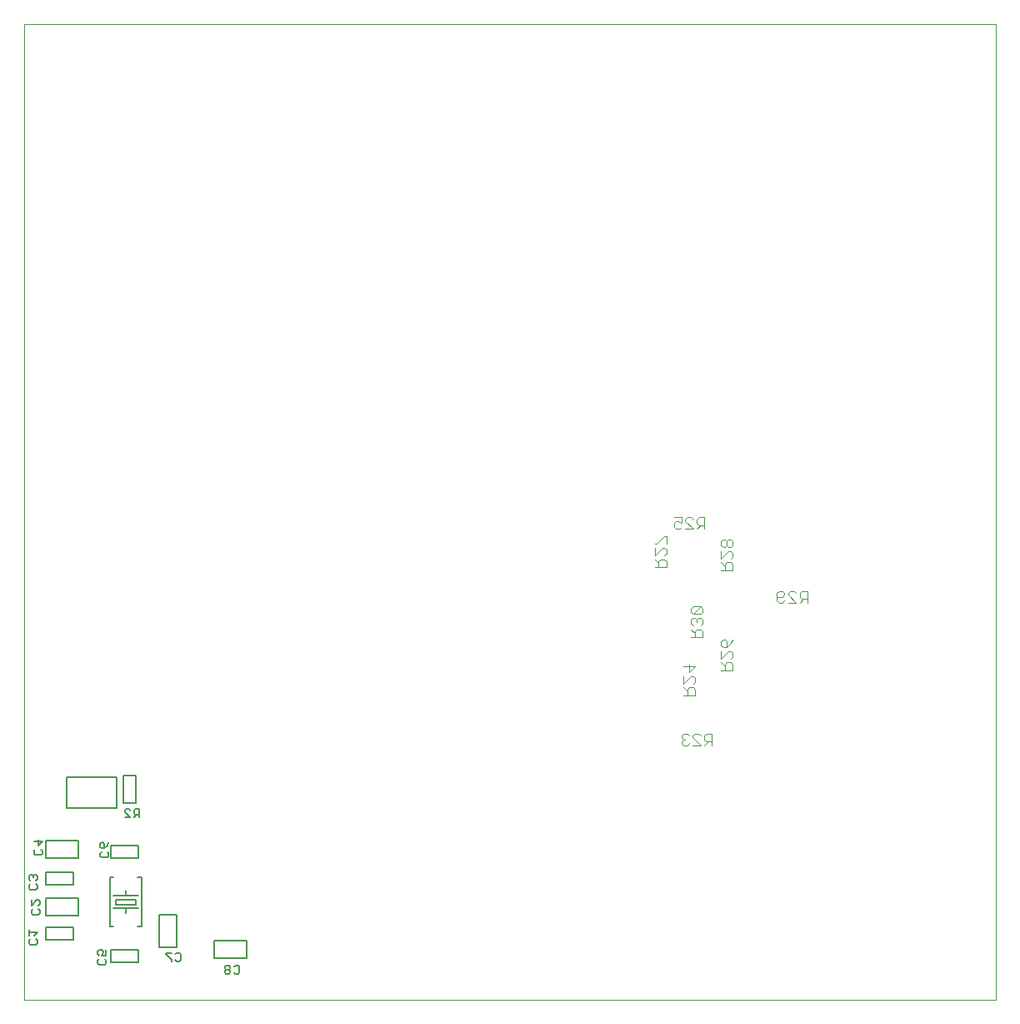
<source format=gbo>
G75*
%MOIN*%
%OFA0B0*%
%FSLAX24Y24*%
%IPPOS*%
%LPD*%
%AMOC8*
5,1,8,0,0,1.08239X$1,22.5*
%
%ADD10C,0.0000*%
%ADD11C,0.0050*%
%ADD12C,0.0060*%
%ADD13C,0.0040*%
D10*
X000535Y000725D02*
X000535Y039721D01*
X039405Y039721D01*
X039405Y000725D01*
X000535Y000725D01*
D11*
X001385Y003125D02*
X001385Y003625D01*
X002485Y003625D01*
X002485Y003125D01*
X001385Y003125D01*
X001385Y004075D02*
X002685Y004075D01*
X002685Y004775D01*
X001385Y004775D01*
X001385Y004075D01*
X001385Y005325D02*
X001385Y005825D01*
X002485Y005825D01*
X002485Y005325D01*
X001385Y005325D01*
X001385Y006375D02*
X002685Y006375D01*
X002685Y007075D01*
X001385Y007075D01*
X001385Y006375D01*
X002235Y008375D02*
X004235Y008375D01*
X004235Y009625D01*
X002235Y009625D01*
X002235Y008375D01*
X003985Y006875D02*
X003985Y006375D01*
X005085Y006375D01*
X005085Y006875D01*
X003985Y006875D01*
X003955Y005609D02*
X004113Y005609D01*
X003955Y005609D02*
X003955Y003641D01*
X004113Y003641D01*
X004585Y004175D02*
X004585Y004375D01*
X004085Y004375D01*
X004185Y004525D02*
X004185Y004725D01*
X004985Y004725D01*
X004985Y004525D01*
X004185Y004525D01*
X004085Y004875D02*
X004585Y004875D01*
X004585Y005075D01*
X004585Y004875D02*
X005085Y004875D01*
X005085Y004375D02*
X004585Y004375D01*
X005058Y003641D02*
X005215Y003641D01*
X005215Y005609D01*
X005058Y005609D01*
X005935Y004125D02*
X005935Y002825D01*
X006635Y002825D01*
X006635Y004125D01*
X005935Y004125D01*
X005085Y002725D02*
X003985Y002725D01*
X003985Y002225D01*
X005085Y002225D01*
X005085Y002725D01*
X008135Y002375D02*
X009435Y002375D01*
X009435Y003075D01*
X008135Y003075D01*
X008135Y002375D01*
X004985Y008575D02*
X004485Y008575D01*
X004485Y009675D01*
X004985Y009675D01*
X004985Y008575D01*
D12*
X004972Y008345D02*
X004915Y008289D01*
X004915Y008175D01*
X004972Y008118D01*
X005142Y008118D01*
X005142Y008005D02*
X005142Y008345D01*
X004972Y008345D01*
X004773Y008289D02*
X004717Y008345D01*
X004603Y008345D01*
X004547Y008289D01*
X004547Y008232D01*
X004773Y008005D01*
X004547Y008005D01*
X004915Y008005D02*
X005028Y008118D01*
X003905Y007000D02*
X003849Y006887D01*
X003735Y006773D01*
X003735Y006943D01*
X003679Y007000D01*
X003622Y007000D01*
X003565Y006943D01*
X003565Y006830D01*
X003622Y006773D01*
X003735Y006773D01*
X003622Y006632D02*
X003565Y006575D01*
X003565Y006462D01*
X003622Y006405D01*
X003849Y006405D01*
X003905Y006462D01*
X003905Y006575D01*
X003849Y006632D01*
X001255Y006675D02*
X001255Y006562D01*
X001199Y006505D01*
X000972Y006505D01*
X000915Y006562D01*
X000915Y006675D01*
X000972Y006732D01*
X001085Y006873D02*
X001085Y007100D01*
X000915Y007043D02*
X001255Y007043D01*
X001085Y006873D01*
X001199Y006732D02*
X001255Y006675D01*
X000999Y005714D02*
X000942Y005714D01*
X000885Y005657D01*
X000829Y005714D01*
X000772Y005714D01*
X000715Y005657D01*
X000715Y005543D01*
X000772Y005487D01*
X000772Y005345D02*
X000715Y005289D01*
X000715Y005175D01*
X000772Y005118D01*
X000999Y005118D01*
X001055Y005175D01*
X001055Y005289D01*
X000999Y005345D01*
X000999Y005487D02*
X001055Y005543D01*
X001055Y005657D01*
X000999Y005714D01*
X000885Y005657D02*
X000885Y005600D01*
X000815Y004714D02*
X000815Y004487D01*
X001042Y004714D01*
X001099Y004714D01*
X001155Y004657D01*
X001155Y004543D01*
X001099Y004487D01*
X001099Y004345D02*
X001155Y004289D01*
X001155Y004175D01*
X001099Y004118D01*
X000872Y004118D01*
X000815Y004175D01*
X000815Y004289D01*
X000872Y004345D01*
X000715Y003514D02*
X000715Y003287D01*
X000715Y003400D02*
X001055Y003400D01*
X000942Y003287D01*
X000999Y003145D02*
X001055Y003089D01*
X001055Y002975D01*
X000999Y002918D01*
X000772Y002918D01*
X000715Y002975D01*
X000715Y003089D01*
X000772Y003145D01*
X003465Y002657D02*
X003465Y002543D01*
X003522Y002487D01*
X003635Y002487D02*
X003692Y002600D01*
X003692Y002657D01*
X003635Y002714D01*
X003522Y002714D01*
X003465Y002657D01*
X003635Y002487D02*
X003805Y002487D01*
X003805Y002714D01*
X003749Y002345D02*
X003805Y002289D01*
X003805Y002175D01*
X003749Y002118D01*
X003522Y002118D01*
X003465Y002175D01*
X003465Y002289D01*
X003522Y002345D01*
X006197Y002539D02*
X006423Y002312D01*
X006423Y002255D01*
X006565Y002312D02*
X006622Y002255D01*
X006735Y002255D01*
X006792Y002312D01*
X006792Y002539D01*
X006735Y002595D01*
X006622Y002595D01*
X006565Y002539D01*
X006423Y002595D02*
X006197Y002595D01*
X006197Y002539D01*
X008547Y002039D02*
X008547Y001982D01*
X008603Y001925D01*
X008717Y001925D01*
X008773Y001982D01*
X008773Y002039D01*
X008717Y002095D01*
X008603Y002095D01*
X008547Y002039D01*
X008603Y001925D02*
X008547Y001868D01*
X008547Y001812D01*
X008603Y001755D01*
X008717Y001755D01*
X008773Y001812D01*
X008773Y001868D01*
X008717Y001925D01*
X008915Y001812D02*
X008972Y001755D01*
X009085Y001755D01*
X009142Y001812D01*
X009142Y002039D01*
X009085Y002095D01*
X008972Y002095D01*
X008915Y002039D01*
D13*
X025755Y018014D02*
X026215Y018014D01*
X026215Y018244D01*
X026139Y018321D01*
X025985Y018321D01*
X025909Y018244D01*
X025909Y018014D01*
X025909Y018167D02*
X025755Y018321D01*
X025755Y018474D02*
X026062Y018781D01*
X026139Y018781D01*
X026215Y018704D01*
X026215Y018551D01*
X026139Y018474D01*
X025755Y018474D02*
X025755Y018781D01*
X025755Y018935D02*
X025832Y018935D01*
X026139Y019242D01*
X026215Y019242D01*
X026215Y018935D01*
X026595Y019545D02*
X026749Y019545D01*
X026825Y019622D01*
X026825Y019775D02*
X026672Y019852D01*
X026595Y019852D01*
X026519Y019775D01*
X026519Y019622D01*
X026595Y019545D01*
X026825Y019775D02*
X026825Y020005D01*
X026519Y020005D01*
X026979Y019929D02*
X026979Y019852D01*
X027286Y019545D01*
X026979Y019545D01*
X026979Y019929D02*
X027056Y020005D01*
X027209Y020005D01*
X027286Y019929D01*
X027439Y019929D02*
X027439Y019775D01*
X027516Y019698D01*
X027746Y019698D01*
X027746Y019545D02*
X027746Y020005D01*
X027516Y020005D01*
X027439Y019929D01*
X027593Y019698D02*
X027439Y019545D01*
X028405Y019046D02*
X028405Y018893D01*
X028482Y018816D01*
X028559Y018816D01*
X028635Y018893D01*
X028635Y019046D01*
X028559Y019123D01*
X028482Y019123D01*
X028405Y019046D01*
X028635Y019046D02*
X028712Y019123D01*
X028789Y019123D01*
X028865Y019046D01*
X028865Y018893D01*
X028789Y018816D01*
X028712Y018816D01*
X028635Y018893D01*
X028712Y018662D02*
X028789Y018662D01*
X028865Y018586D01*
X028865Y018432D01*
X028789Y018355D01*
X028789Y018202D02*
X028635Y018202D01*
X028559Y018125D01*
X028559Y017895D01*
X028559Y018048D02*
X028405Y018202D01*
X028405Y018355D02*
X028712Y018662D01*
X028405Y018662D02*
X028405Y018355D01*
X028789Y018202D02*
X028865Y018125D01*
X028865Y017895D01*
X028405Y017895D01*
X027589Y016442D02*
X027282Y016135D01*
X027205Y016211D01*
X027205Y016365D01*
X027282Y016442D01*
X027589Y016442D01*
X027665Y016365D01*
X027665Y016211D01*
X027589Y016135D01*
X027282Y016135D01*
X027282Y015981D02*
X027205Y015904D01*
X027205Y015751D01*
X027282Y015674D01*
X027205Y015521D02*
X027359Y015367D01*
X027359Y015444D02*
X027359Y015214D01*
X027205Y015214D02*
X027665Y015214D01*
X027665Y015444D01*
X027589Y015521D01*
X027435Y015521D01*
X027359Y015444D01*
X027589Y015674D02*
X027665Y015751D01*
X027665Y015904D01*
X027589Y015981D01*
X027512Y015981D01*
X027435Y015904D01*
X027359Y015981D01*
X027282Y015981D01*
X027435Y015904D02*
X027435Y015828D01*
X028405Y015046D02*
X028482Y015123D01*
X028559Y015123D01*
X028635Y015046D01*
X028635Y014816D01*
X028482Y014816D01*
X028405Y014893D01*
X028405Y015046D01*
X028635Y014816D02*
X028789Y014969D01*
X028865Y015123D01*
X028789Y014662D02*
X028865Y014586D01*
X028865Y014432D01*
X028789Y014355D01*
X028789Y014202D02*
X028635Y014202D01*
X028559Y014125D01*
X028559Y013895D01*
X028559Y014048D02*
X028405Y014202D01*
X028405Y014355D02*
X028712Y014662D01*
X028789Y014662D01*
X028405Y014662D02*
X028405Y014355D01*
X028789Y014202D02*
X028865Y014125D01*
X028865Y013895D01*
X028405Y013895D01*
X027365Y014046D02*
X027135Y013816D01*
X027135Y014123D01*
X026905Y014046D02*
X027365Y014046D01*
X027289Y013662D02*
X027365Y013586D01*
X027365Y013432D01*
X027289Y013355D01*
X027289Y013202D02*
X027135Y013202D01*
X027059Y013125D01*
X027059Y012895D01*
X027059Y013048D02*
X026905Y013202D01*
X026905Y013355D02*
X027212Y013662D01*
X027289Y013662D01*
X026905Y013662D02*
X026905Y013355D01*
X027289Y013202D02*
X027365Y013125D01*
X027365Y012895D01*
X026905Y012895D01*
X026895Y011355D02*
X026819Y011279D01*
X026819Y011202D01*
X026895Y011125D01*
X026819Y011048D01*
X026819Y010972D01*
X026895Y010895D01*
X027049Y010895D01*
X027125Y010972D01*
X027279Y010895D02*
X027586Y010895D01*
X027279Y011202D01*
X027279Y011279D01*
X027356Y011355D01*
X027509Y011355D01*
X027586Y011279D01*
X027739Y011279D02*
X027739Y011125D01*
X027816Y011048D01*
X028046Y011048D01*
X028046Y010895D02*
X028046Y011355D01*
X027816Y011355D01*
X027739Y011279D01*
X027893Y011048D02*
X027739Y010895D01*
X027125Y011279D02*
X027049Y011355D01*
X026895Y011355D01*
X026895Y011125D02*
X026972Y011125D01*
X030714Y016595D02*
X030637Y016672D01*
X030637Y016979D01*
X030714Y017055D01*
X030868Y017055D01*
X030944Y016979D01*
X030944Y016902D01*
X030868Y016825D01*
X030637Y016825D01*
X030714Y016595D02*
X030868Y016595D01*
X030944Y016672D01*
X031098Y016595D02*
X031405Y016595D01*
X031098Y016902D01*
X031098Y016979D01*
X031174Y017055D01*
X031328Y017055D01*
X031405Y016979D01*
X031558Y016979D02*
X031558Y016825D01*
X031635Y016748D01*
X031865Y016748D01*
X031865Y016595D02*
X031865Y017055D01*
X031635Y017055D01*
X031558Y016979D01*
X031712Y016748D02*
X031558Y016595D01*
M02*

</source>
